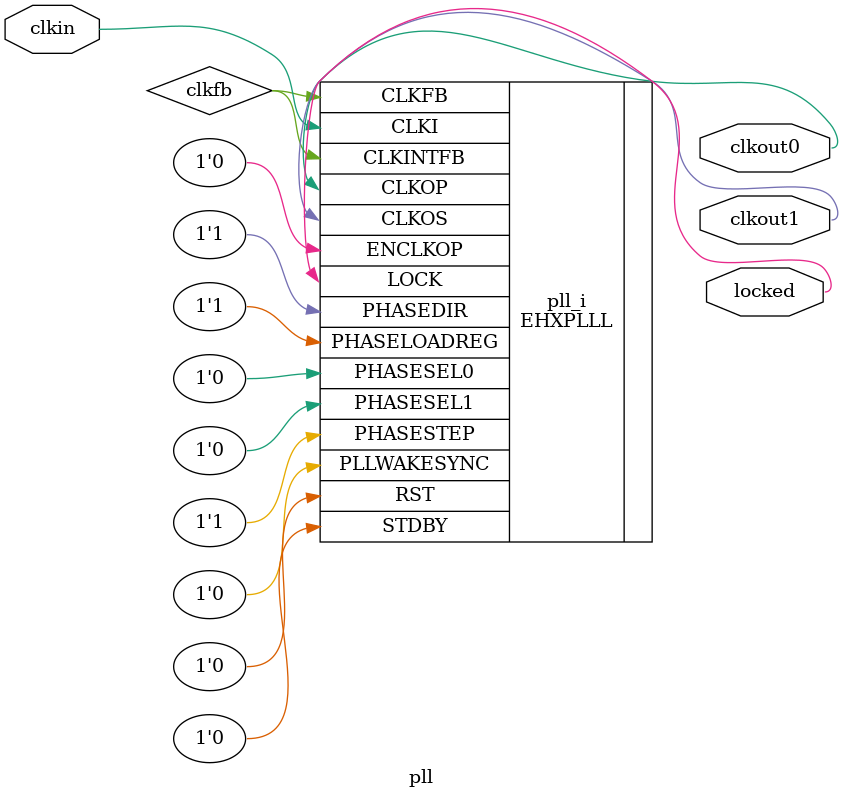
<source format=v>
module pll
(
    input clkin, // 25 MHz, 0 deg
    output clkout0, // 75 MHz, 0 deg
    output clkout1, // 25 MHz, 0 deg
    output locked
);
wire clkfb;
(* FREQUENCY_PIN_CLKI="25" *)
(* FREQUENCY_PIN_CLKOP="75" *)
(* FREQUENCY_PIN_CLKOS="25" *)
(* ICP_CURRENT="12" *) (* LPF_RESISTOR="8" *) (* MFG_ENABLE_FILTEROPAMP="1" *) (* MFG_GMCREF_SEL="2" *)
EHXPLLL #(
        .PLLRST_ENA("DISABLED"),
        .INTFB_WAKE("DISABLED"),
        .STDBY_ENABLE("DISABLED"),
        .DPHASE_SOURCE("DISABLED"),
        .OUTDIVIDER_MUXA("DIVA"),
        .OUTDIVIDER_MUXB("DIVB"),
        .OUTDIVIDER_MUXC("DIVC"),
        .OUTDIVIDER_MUXD("DIVD"),
        .CLKI_DIV(1),
        .CLKOP_ENABLE("ENABLED"),
        .CLKOP_DIV(8),
        .CLKOP_CPHASE(4),
        .CLKOP_FPHASE(0),
        .CLKOS_ENABLE("ENABLED"),
        .CLKOS_DIV(24),
        .CLKOS_CPHASE(4),
        .CLKOS_FPHASE(0),
        .FEEDBK_PATH("INT_OP"),
        .CLKFB_DIV(3)
    ) pll_i (
        .RST(1'b0),
        .STDBY(1'b0),
        .CLKI(clkin),
        .CLKOP(clkout0),
        .CLKOS(clkout1),
        .CLKFB(clkfb),
        .CLKINTFB(clkfb),
        .PHASESEL0(1'b0),
        .PHASESEL1(1'b0),
        .PHASEDIR(1'b1),
        .PHASESTEP(1'b1),
        .PHASELOADREG(1'b1),
        .PLLWAKESYNC(1'b0),
        .ENCLKOP(1'b0),
        .LOCK(locked)
	);
endmodule

</source>
